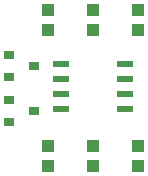
<source format=gbr>
G04 EAGLE Gerber X2 export*
%TF.Part,Single*%
%TF.FileFunction,Paste,Top*%
%TF.FilePolarity,Positive*%
%TF.GenerationSoftware,Autodesk,EAGLE,9.1.1*%
%TF.CreationDate,2018-08-07T16:54:33Z*%
G75*
%MOMM*%
%FSLAX34Y34*%
%LPD*%
%AMOC8*
5,1,8,0,0,1.08239X$1,22.5*%
G01*
%ADD10R,1.371600X0.508000*%
%ADD11R,0.900000X0.800000*%
%ADD12R,1.100000X1.000000*%


D10*
X503522Y251210D03*
X503522Y238510D03*
X503522Y225810D03*
X503522Y213110D03*
X557878Y213110D03*
X557878Y225810D03*
X557878Y238510D03*
X557878Y251210D03*
D11*
X459500Y259360D03*
X459500Y240360D03*
X480500Y249860D03*
X459500Y221260D03*
X459500Y202260D03*
X480500Y211760D03*
D12*
X568800Y182160D03*
X568800Y165160D03*
X568800Y279860D03*
X568800Y296860D03*
X492600Y296860D03*
X492600Y279860D03*
X492600Y165160D03*
X492600Y182160D03*
X530700Y182160D03*
X530700Y165160D03*
X530700Y279860D03*
X530700Y296860D03*
M02*

</source>
